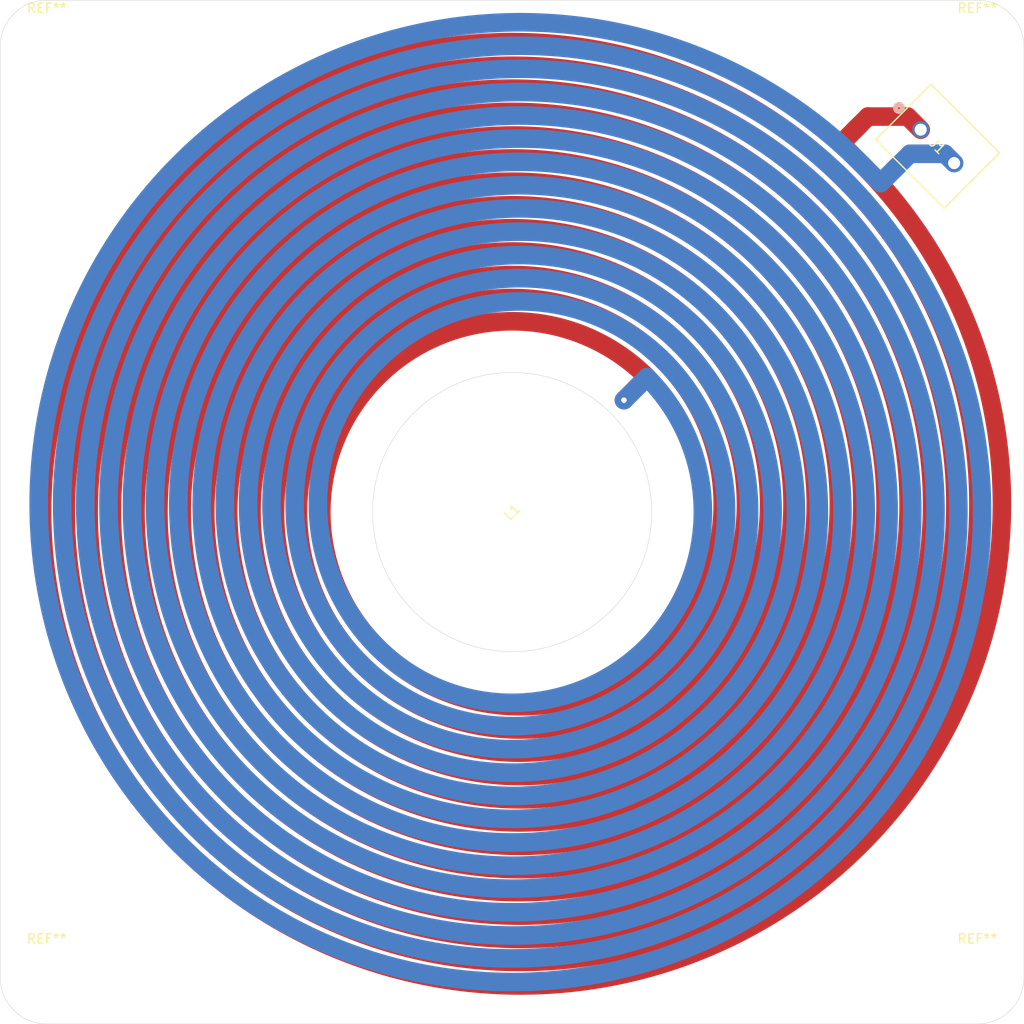
<source format=kicad_pcb>
(kicad_pcb (version 20241229) (generator "pcbnew") (generator_version "9.0")
  (layers (0 "F.Cu" signal) (2 "B.Cu" signal) (13 "F.Paste" user) (15 "B.Paste" user) (5 "F.SilkS" user "F.Silkscreen") (7 "B.SilkS" user "B.Silkscreen") (1 "F.Mask" user) (3 "B.Mask" user) (25 "Edge.Cuts" user))
  (net 0 "")
  (net 1 "/COIL_P")
  (net 2 "/COIL_N")
  (footprint "N3_Base_Coil:N3_Base_Coil_V1" (layer "F.Cu") (at 0 0 45)
    (property "Reference" "L1" (at 0 0 45) (layer "F.SilkS"))
    (property "Value" "L" (hide yes))
    (fp_line (start 20.5 0) (end 17 0) (stroke (width 2)) (layer "F.Cu"))
    (fp_line (start 53 -3) (end 55.5 -3) (stroke (width 2)) (layer "F.Cu"))
    (fp_line (start 52.999999 0) (end 53 -3) (stroke (width 2)) (layer "F.Cu"))
    (fp_arc (start -50.499999 0) (mid 0 -50.499999) (end 50.499999 0) (stroke (width 2)) (layer "F.Cu"))
    (fp_arc (start -47.999999 0) (mid 0 -47.999999) (end 47.999999 0) (stroke (width 2)) (layer "F.Cu"))
    (fp_arc (start -45.500001 0) (mid 0 -45.500001) (end 45.500001 0) (stroke (width 2)) (layer "F.Cu"))
    (fp_arc (start -43.000001 0) (mid 0 -43.000001) (end 43.000001 0) (stroke (width 2)) (layer "F.Cu"))
    (fp_arc (start -40.500001 0) (mid 0 -40.500001) (end 40.500001 0) (stroke (width 2)) (layer "F.Cu"))
    (fp_arc (start -38 0) (mid 0 -38) (end 38 0) (stroke (width 2)) (layer "F.Cu"))
    (fp_arc (start -35.5 0) (mid 0 -35.5) (end 35.5 0) (stroke (width 2)) (layer "F.Cu"))
    (fp_arc (start -33 0) (mid 0 -33) (end 33 0) (stroke (width 2)) (layer "F.Cu"))
    (fp_arc (start -30.5 0) (mid 0 -30.5) (end 30.5 0) (stroke (width 2)) (layer "F.Cu"))
    (fp_arc (start -28 0) (mid 0 -28) (end 28 0) (stroke (width 2)) (layer "F.Cu"))
    (fp_arc (start -25.5 0) (mid 0 -25.5) (end 25.5 0) (stroke (width 2)) (layer "F.Cu"))
    (fp_arc (start -23 0) (mid 0 -23) (end 23 0) (stroke (width 2)) (layer "F.Cu"))
    (fp_arc (start -20.5 0) (mid 0 -20.5) (end 20.5 0) (stroke (width 2)) (layer "F.Cu"))
    (fp_arc (start 23 0) (mid 1.25 21.75) (end -20.5 0) (stroke (width 2)) (layer "F.Cu"))
    (fp_arc (start 25.5 0) (mid 1.25 24.25) (end -23 0) (stroke (width 2)) (layer "F.Cu"))
    (fp_arc (start 28 0) (mid 1.25 26.75) (end -25.5 0) (stroke (width 2)) (layer "F.Cu"))
    (fp_arc (start 30.5 0) (mid 1.25 29.25) (end -28 0) (stroke (width 2)) (layer "F.Cu"))
    (fp_arc (start 33 0) (mid 1.25 31.75) (end -30.5 0) (stroke (width 2)) (layer "F.Cu"))
    (fp_arc (start 35.5 0) (mid 1.25 34.25) (end -33 0) (stroke (width 2)) (layer "F.Cu"))
    (fp_arc (start 38 0) (mid 1.25 36.75) (end -35.5 0) (stroke (width 2)) (layer "F.Cu"))
    (fp_arc (start 40.500001 0) (mid 1.25 39.25) (end -38 0) (stroke (width 2)) (layer "F.Cu"))
    (fp_arc (start 43.000001 0) (mid 1.25 41.750001) (end -40.500001 0) (stroke (width 2)) (layer "F.Cu"))
    (fp_arc (start 45.500001 0) (mid 1.25 44.250001) (end -43.000001 0) (stroke (width 2)) (layer "F.Cu"))
    (fp_arc (start 47.999999 0) (mid 1.249999 46.75) (end -45.500001 0) (stroke (width 2)) (layer "F.Cu"))
    (fp_arc (start 50.499999 0) (mid 1.25 49.249999) (end -47.999999 0) (stroke (width 2)) (layer "F.Cu"))
    (fp_arc (start 52.999999 0) (mid 1.25 51.749999) (end -50.499999 0) (stroke (width 2)) (layer "F.Cu"))
    (fp_line (start 20.5 0) (end 17 0) (stroke (width 2)) (layer "B.Cu"))
    (fp_line (start 52.999999 0) (end 53 3) (stroke (width 2)) (layer "B.Cu"))
    (fp_line (start 53 3) (end 55.5 3) (stroke (width 2)) (layer "B.Cu"))
    (fp_arc (start -50.499999 0) (mid 1.25 -51.749999) (end 52.999999 0) (stroke (width 2)) (layer "B.Cu"))
    (fp_arc (start -47.999999 0) (mid 1.25 -49.249999) (end 50.499999 0) (stroke (width 2)) (layer "B.Cu"))
    (fp_arc (start -45.500001 0) (mid 1.249999 -46.75) (end 47.999999 0) (stroke (width 2)) (layer "B.Cu"))
    (fp_arc (start -43.000001 0) (mid 1.25 -44.250001) (end 45.500001 0) (stroke (width 2)) (layer "B.Cu"))
    (fp_arc (start -40.500001 0) (mid 1.25 -41.750001) (end 43.000001 0) (stroke (width 2)) (layer "B.Cu"))
    (fp_arc (start -38 0) (mid 1.25 -39.25) (end 40.500001 0) (stroke (width 2)) (layer "B.Cu"))
    (fp_arc (start -35.5 0) (mid 1.25 -36.75) (end 38 0) (stroke (width 2)) (layer "B.Cu"))
    (fp_arc (start -33 0) (mid 1.25 -34.25) (end 35.5 0) (stroke (width 2)) (layer "B.Cu"))
    (fp_arc (start -30.5 0) (mid 1.25 -31.75) (end 33 0) (stroke (width 2)) (layer "B.Cu"))
    (fp_arc (start -28 0) (mid 1.25 -29.25) (end 30.5 0) (stroke (width 2)) (layer "B.Cu"))
    (fp_arc (start -25.5 0) (mid 1.25 -26.75) (end 28 0) (stroke (width 2)) (layer "B.Cu"))
    (fp_arc (start -23 0) (mid 1.25 -24.25) (end 25.5 0) (stroke (width 2)) (layer "B.Cu"))
    (fp_arc (start -20.5 0) (mid 1.25 -21.75) (end 23 0) (stroke (width 2)) (layer "B.Cu"))
    (fp_arc (start 20.5 0) (mid 0 20.5) (end -20.5 0) (stroke (width 2)) (layer "B.Cu"))
    (fp_arc (start 23 0) (mid 0 23) (end -23 0) (stroke (width 2)) (layer "B.Cu"))
    (fp_arc (start 25.5 0) (mid 0 25.5) (end -25.5 0) (stroke (width 2)) (layer "B.Cu"))
    (fp_arc (start 28 0) (mid 0 28) (end -28 0) (stroke (width 2)) (layer "B.Cu"))
    (fp_arc (start 30.5 0) (mid 0 30.5) (end -30.5 0) (stroke (width 2)) (layer "B.Cu"))
    (fp_arc (start 33 0) (mid 0 33) (end -33 0) (stroke (width 2)) (layer "B.Cu"))
    (fp_arc (start 35.5 0) (mid 0 35.5) (end -35.5 0) (stroke (width 2)) (layer "B.Cu"))
    (fp_arc (start 38 0) (mid 0 38) (end -38 0) (stroke (width 2)) (layer "B.Cu"))
    (fp_arc (start 40.500001 0) (mid 0 40.500001) (end -40.500001 0) (stroke (width 2)) (layer "B.Cu"))
    (fp_arc (start 43.000001 0) (mid 0 43.000001) (end -43.000001 0) (stroke (width 2)) (layer "B.Cu"))
    (fp_arc (start 45.500001 0) (mid 0 45.500001) (end -45.500001 0) (stroke (width 2)) (layer "B.Cu"))
    (fp_arc (start 47.999999 0) (mid 0 47.999999) (end -47.999999 0) (stroke (width 2)) (layer "B.Cu"))
    (fp_arc (start 50.499999 0) (mid 0 50.499999) (end -50.499999 0) (stroke (width 2)) (layer "B.Cu"))
    (pad "0" thru_hole circle (at 17 0 45) (size 1 1) (drill 0.6) (layers "*.Cu"))
    (pad "1" smd roundrect (at 55 -3 45) (size 3 2) (layers "F.Cu") (net 1 "/COIL_P"))
    (pad "2" smd roundrect (at 55 3 45) (size 3 2) (layers "B.Cu") (net 2 "/COIL_N"))
  )
  (footprint "MountingHole:MountingHole_3.2mm_M3" (layer "F.Cu") (at 50 -50)
    (property "Reference" "REF**" (at 0 -4.15 0) (layer "F.SilkS"))
    (property "Value" "MountingHole_3.2mm_M3" (hide yes))
    (pad "" np_thru_hole circle (at 0 0) (size 3.2 3.2) (drill 3.2) (layers "*.Cu" "*.Mask"))
  )
  (footprint "MountingHole:MountingHole_3.2mm_M3" (layer "F.Cu") (at -50 -50)
    (property "Reference" "REF**" (at 0 -4.15 0) (layer "F.SilkS"))
    (property "Value" "MountingHole_3.2mm_M3" (hide yes))
    (pad "" np_thru_hole circle (at 0 0) (size 3.2 3.2) (drill 3.2) (layers "*.Cu" "*.Mask"))
  )
  (footprint "MountingHole:MountingHole_3.2mm_M3" (layer "F.Cu") (at 50 50)
    (property "Reference" "REF**" (at 0 -4.15 0) (layer "F.SilkS"))
    (property "Value" "MountingHole_3.2mm_M3" (hide yes))
    (pad "" np_thru_hole circle (at 0 0) (size 3.2 3.2) (drill 3.2) (layers "*.Cu" "*.Mask"))
  )
  (footprint "MountingHole:MountingHole_3.2mm_M3" (layer "F.Cu") (at -50 50)
    (property "Reference" "REF**" (at 0 -4.15 0) (layer "F.SilkS"))
    (property "Value" "MountingHole_3.2mm_M3" (hide yes))
    (pad "" np_thru_hole circle (at 0 0) (size 3.2 3.2) (drill 3.2) (layers "*.Cu" "*.Mask"))
  )
  (footprint "Custom Components:CONN_1729128_PXC" (layer "F.Cu") (at 43.907898 -41.092102 -45)
    (property "Reference" "J1" (at 2.54 0 315) (layer "F.SilkS"))
    (property "Value" "1729128")
    (fp_line (start -2.667 4.177) (end 7.747 4.177) (stroke (width 0.1524)) (layer "F.SilkS"))
    (fp_line (start -2.667 -4.226999) (end -2.667 4.177) (stroke (width 0.1524)) (layer "F.SilkS"))
    (fp_line (start 7.747 4.177) (end 7.747 -4.226999) (stroke (width 0.1524)) (layer "F.SilkS"))
    (fp_line (start 7.747 -4.226999) (end -2.667 -4.226999) (stroke (width 0.1524)) (layer "F.SilkS"))
    (fp_circle (center -3.302001 0) (end -2.921 0) (stroke (width 0.508)) (fill no) (layer "F.SilkS"))
    (fp_circle (center -3.302001 0) (end -2.921 0) (stroke (width 0.508)) (fill no) (layer "B.SilkS"))
    (pad "1" thru_hole circle (at 0 0 315) (size 1.8034 1.8034) (drill 1.2954) (layers "*.Cu" "*.Mask") (net 1 "/COIL_P"))
    (pad "2" thru_hole circle (at 5.079999 0 315) (size 1.8034 1.8034) (drill 1.2954) (layers "*.Cu" "*.Mask") (net 2 "/COIL_N"))
  )
  (gr_arc (start -55 -50) (mid -53.535534 -53.535534) (end -50 -55) (stroke (width 0.05)) (layer "Edge.Cuts"))
  (gr_line (start -50 -55) (end 50 -55) (stroke (width 0.05)) (layer "Edge.Cuts"))
  (gr_circle (center 0 0) (end 15 0) (stroke (width 0.05)) (fill no) (layer "Edge.Cuts"))
  (gr_line (start -55 50) (end -55 -50) (stroke (width 0.05)) (layer "Edge.Cuts"))
  (gr_line (start 50 55) (end -50 55) (stroke (width 0.05)) (layer "Edge.Cuts"))
  (gr_arc (start 55 50) (mid 53.535534 53.535534) (end 50 55) (stroke (width 0.05)) (layer "Edge.Cuts"))
  (gr_arc (start -50 55) (mid -53.535534 53.535534) (end -55 50) (stroke (width 0.05)) (layer "Edge.Cuts"))
  (gr_arc (start 50 -55) (mid 53.535534 -53.535534) (end 55 -50) (stroke (width 0.05)) (layer "Edge.Cuts"))
  (gr_line (start 55 -50) (end 55 50) (stroke (width 0.05)) (layer "Edge.Cuts"))
  (segment (start 36.849462 -41.092102) (end 36.769553 -41.012193) (width 2) (layer "F.Cu") (net 1))
  (segment (start 36.769553 -41.012193) (end 36.769553 -41.019553) (width 0.2) (layer "F.Cu") (net 1))
  (segment (start 36.769553 -41.019553) (end 38.25 -42.5) (width 2) (layer "F.Cu") (net 1))
  (segment (start 42.5 -42.5) (end 38.253009 -42.5) (width 2) (layer "F.Cu") (net 1))
  (segment (start 43.907898 -41.092102) (end 42.5 -42.5) (width 2) (layer "F.Cu") (net 1))
  (segment (start 38.253009 -42.5) (end 38.251504 -42.501505) (width 2) (layer "F.Cu") (net 1))
  (segment (start 41.012193 -36.769553) (end 41.019553 -36.769553) (width 2) (layer "B.Cu") (net 2))
  (segment (start 42.75 -38.5) (end 46.5 -38.5) (width 2) (layer "B.Cu") (net 2))
  (segment (start 41.019553 -36.769553) (end 42.75 -38.5) (width 2) (layer "B.Cu") (net 2))
  (segment (start 46.5 -38.5) (end 47.5 -37.5) (width 2) (layer "B.Cu") (net 2))
)
</source>
